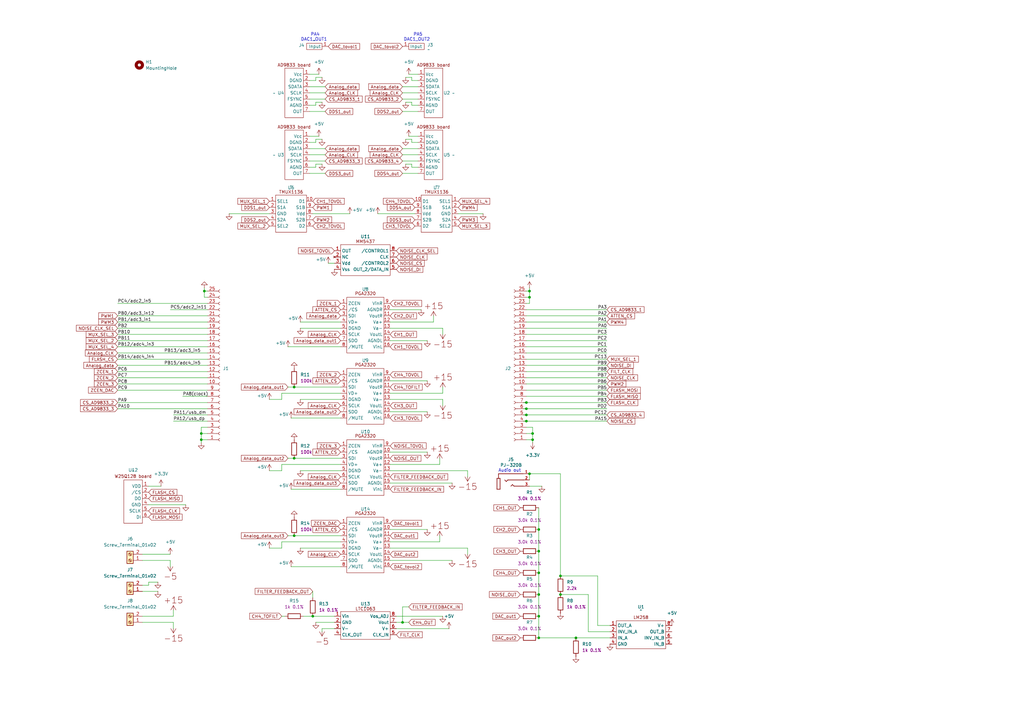
<source format=kicad_sch>
(kicad_sch (version 20231120) (generator "eeschema") (generator_version "8.0")
  (paper "A3")
  (junction (at 220.98 217.17))
  (junction (at 215.9 172.72))
  (junction (at 220.98 243.84))
  (junction (at 215.9 167.64))
  (junction (at 220.98 226.06))
  (junction (at 215.9 165.1))
  (junction (at 217.17 121.92))
  (junction (at 165.1 255.27))
  (junction (at 215.9 170.18))
  (junction (at 82.55 177.8))
  (junction (at 220.98 252.73))
  (junction (at 82.55 180.34))
  (junction (at 83.82 119.38))
  (junction (at 220.98 234.95))
  (junction (at 217.17 119.38))
  (junction (at 217.17 194.31))
  (junction (at 120.65 187.96))
  (junction (at 229.87 243.84))
  (junction (at 128.27 252.73))
  (junction (at 220.98 261.62))
  (junction (at 218.44 180.34))
  (junction (at 120.65 219.71))
  (junction (at 229.87 236.22))
  (junction (at 218.44 177.8))
  (junction (at 236.22 261.62))
  (junction (at 120.65 158.75))
  (wire (pts (xy 48.26 132.08) (xy 85.09 132.08)))
  (wire (pts (xy 130.81 55.88) (xy 127 55.88)))
  (wire (pts (xy 82.55 177.8) (xy 85.09 177.8)))
  (wire (pts (xy 119.38 232.41) (xy 139.7 232.41)))
  (wire (pts (xy 181.61 134.62) (xy 160.02 134.62)))
  (wire (pts (xy 171.45 66.04) (xy 165.1 66.04)))
  (wire (pts (xy 85.09 175.26) (xy 82.55 175.26)))
  (wire (pts (xy 118.11 158.75) (xy 120.65 158.75)))
  (wire (pts (xy 129.54 58.42) (xy 127 58.42)))
  (wire (pts (xy 177.8 132.08) (xy 160.02 132.08)))
  (wire (pts (xy 110.49 224.79) (xy 115.57 224.79)))
  (wire (pts (xy 168.91 68.58) (xy 171.45 68.58)))
  (wire (pts (xy 129.54 67.31) (xy 132.08 67.31)))
  (wire (pts (xy 191.77 193.04) (xy 160.02 193.04)))
  (wire (pts (xy 115.57 163.83) (xy 115.57 161.29)))
  (wire (pts (xy 181.61 163.83) (xy 160.02 163.83)))
  (wire (pts (xy 160.02 229.87) (xy 185.42 229.87)))
  (wire (pts (xy 119.38 171.45) (xy 139.7 171.45)))
  (wire (pts (xy 168.91 57.15) (xy 168.91 58.42)))
  (wire (pts (xy 168.91 33.02) (xy 171.45 33.02)))
  (wire (pts (xy 168.91 31.75) (xy 166.37 31.75)))
  (wire (pts (xy 115.57 161.29) (xy 139.7 161.29)))
  (wire (pts (xy 127 45.72) (xy 133.35 45.72)))
  (wire (pts (xy 123.19 163.83) (xy 139.7 163.83)))
  (wire (pts (xy 171.45 71.12) (xy 165.1 71.12)))
  (wire (pts (xy 177.8 129.54) (xy 177.8 132.08)))
  (wire (pts (xy 71.12 250.19) (xy 71.12 252.73)))
  (wire (pts (xy 168.91 58.42) (xy 171.45 58.42)))
  (wire (pts (xy 124.46 252.73) (xy 128.27 252.73)))
  (wire (pts (xy 129.54 57.15) (xy 132.08 57.15)))
  (wire (pts (xy 214.63 167.64) (xy 215.9 167.64)))
  (wire (pts (xy 248.92 127) (xy 215.9 127)))
  (wire (pts (xy 129.54 33.02) (xy 127 33.02)))
  (wire (pts (xy 71.12 255.27) (xy 58.42 255.27)))
  (wire (pts (xy 214.63 172.72) (xy 215.9 172.72)))
  (wire (pts (xy 191.77 227.33) (xy 191.77 224.79)))
  (wire (pts (xy 248.92 129.54) (xy 215.9 129.54)))
  (wire (pts (xy 215.9 175.26) (xy 218.44 175.26)))
  (wire (pts (xy 220.98 261.62) (xy 236.22 261.62)))
  (wire (pts (xy 115.57 222.25) (xy 139.7 222.25)))
  (wire (pts (xy 245.11 256.54) (xy 250.19 256.54)))
  (wire (pts (xy 115.57 224.79) (xy 115.57 222.25)))
  (wire (pts (xy 167.64 30.48) (xy 171.45 30.48)))
  (wire (pts (xy 215.9 180.34) (xy 218.44 180.34)))
  (wire (pts (xy 175.26 156.21) (xy 160.02 156.21)))
  (wire (pts (xy 71.12 252.73) (xy 58.42 252.73)))
  (wire (pts (xy 217.17 118.11) (xy 217.17 119.38)))
  (wire (pts (xy 120.65 219.71) (xy 139.7 219.71)))
  (wire (pts (xy 217.17 124.46) (xy 217.17 121.92)))
  (wire (pts (xy 167.64 255.27) (xy 165.1 255.27)))
  (wire (pts (xy 215.9 124.46) (xy 217.17 124.46)))
  (wire (pts (xy 248.92 165.1) (xy 215.9 165.1)))
  (wire (pts (xy 171.45 63.5) (xy 165.1 63.5)))
  (wire (pts (xy 118.11 219.71) (xy 120.65 219.71)))
  (wire (pts (xy 220.98 243.84) (xy 220.98 234.95)))
  (wire (pts (xy 220.98 243.84) (xy 220.98 252.73)))
  (wire (pts (xy 85.09 127) (xy 69.85 127)))
  (wire (pts (xy 171.45 45.72) (xy 165.1 45.72)))
  (wire (pts (xy 165.1 255.27) (xy 162.56 255.27)))
  (wire (pts (xy 180.34 187.96) (xy 180.34 190.5)))
  (wire (pts (xy 229.87 194.31) (xy 217.17 194.31)))
  (wire (pts (xy 236.22 261.62) (xy 250.19 261.62)))
  (wire (pts (xy 93.98 87.63) (xy 110.49 87.63)))
  (wire (pts (xy 85.09 172.72) (xy 71.12 172.72)))
  (wire (pts (xy 60.96 238.76) (xy 60.96 240.03)))
  (wire (pts (xy 180.34 190.5) (xy 160.02 190.5)))
  (wire (pts (xy 69.85 232.41) (xy 69.85 229.87)))
  (wire (pts (xy 85.09 157.48) (xy 48.26 157.48)))
  (wire (pts (xy 217.17 121.92) (xy 217.17 119.38)))
  (wire (pts (xy 82.55 177.8) (xy 82.55 180.34)))
  (wire (pts (xy 165.1 248.92) (xy 165.1 255.27)))
  (wire (pts (xy 248.92 172.72) (xy 215.9 172.72)))
  (wire (pts (xy 127 38.1) (xy 133.35 38.1)))
  (wire (pts (xy 191.77 195.58) (xy 191.77 193.04)))
  (wire (pts (xy 168.91 41.91) (xy 168.91 43.18)))
  (wire (pts (xy 115.57 190.5) (xy 139.7 190.5)))
  (wire (pts (xy 60.96 199.39) (xy 66.04 199.39)))
  (wire (pts (xy 229.87 236.22) (xy 229.87 194.31)))
  (wire (pts (xy 137.16 257.81) (xy 132.08 257.81)))
  (wire (pts (xy 48.26 137.16) (xy 85.09 137.16)))
  (wire (pts (xy 171.45 38.1) (xy 165.1 38.1)))
  (wire (pts (xy 118.11 142.24) (xy 139.7 142.24)))
  (wire (pts (xy 85.09 154.94) (xy 48.26 154.94)))
  (wire (pts (xy 168.91 67.31) (xy 166.37 67.31)))
  (wire (pts (xy 130.81 30.48) (xy 127 30.48)))
  (wire (pts (xy 129.54 57.15) (xy 129.54 58.42)))
  (wire (pts (xy 83.82 121.92) (xy 85.09 121.92)))
  (wire (pts (xy 215.9 149.86) (xy 248.92 149.86)))
  (wire (pts (xy 128.27 242.57) (xy 128.27 245.11)))
  (wire (pts (xy 123.19 134.62) (xy 139.7 134.62)))
  (wire (pts (xy 110.49 193.04) (xy 115.57 193.04)))
  (wire (pts (xy 129.54 31.75) (xy 132.08 31.75)))
  (wire (pts (xy 248.92 144.78) (xy 215.9 144.78)))
  (wire (pts (xy 168.91 43.18) (xy 171.45 43.18)))
  (wire (pts (xy 82.55 180.34) (xy 85.09 180.34)))
  (wire (pts (xy 248.92 139.7) (xy 215.9 139.7)))
  (wire (pts (xy 180.34 222.25) (xy 160.02 222.25)))
  (wire (pts (xy 48.26 144.78) (xy 85.09 144.78)))
  (wire (pts (xy 241.3 259.08) (xy 241.3 243.84)))
  (wire (pts (xy 85.09 129.54) (xy 48.26 129.54)))
  (wire (pts (xy 215.9 154.94) (xy 248.92 154.94)))
  (wire (pts (xy 215.9 162.56) (xy 248.92 162.56)))
  (wire (pts (xy 218.44 180.34) (xy 218.44 181.61)))
  (wire (pts (xy 214.63 170.18) (xy 215.9 170.18)))
  (wire (pts (xy 181.61 166.37) (xy 181.61 163.83)))
  (wire (pts (xy 123.19 193.04) (xy 139.7 193.04)))
  (wire (pts (xy 48.26 124.46) (xy 85.09 124.46)))
  (wire (pts (xy 110.49 163.83) (xy 115.57 163.83)))
  (wire (pts (xy 85.09 142.24) (xy 48.26 142.24)))
  (wire (pts (xy 58.42 242.57) (xy 64.77 242.57)))
  (wire (pts (xy 171.45 40.64) (xy 165.1 40.64)))
  (wire (pts (xy 218.44 175.26) (xy 218.44 177.8)))
  (wire (pts (xy 115.57 193.04) (xy 115.57 190.5)))
  (wire (pts (xy 129.54 68.58) (xy 127 68.58)))
  (wire (pts (xy 181.61 161.29) (xy 160.02 161.29)))
  (wire (pts (xy 218.44 177.8) (xy 218.44 180.34)))
  (wire (pts (xy 128.27 252.73) (xy 137.16 252.73)))
  (wire (pts (xy 129.54 41.91) (xy 129.54 43.18)))
  (wire (pts (xy 215.9 152.4) (xy 248.92 152.4)))
  (wire (pts (xy 129.54 41.91) (xy 132.08 41.91)))
  (wire (pts (xy 60.96 240.03) (xy 58.42 240.03)))
  (wire (pts (xy 171.45 35.56) (xy 165.1 35.56)))
  (wire (pts (xy 129.54 43.18) (xy 127 43.18)))
  (wire (pts (xy 250.19 259.08) (xy 241.3 259.08)))
  (wire (pts (xy 215.9 160.02) (xy 248.92 160.02)))
  (wire (pts (xy 85.09 167.64) (xy 48.26 167.64)))
  (wire (pts (xy 127 35.56) (xy 133.35 35.56)))
  (wire (pts (xy 220.98 261.62) (xy 220.98 252.73)))
  (wire (pts (xy 172.72 127) (xy 160.02 127)))
  (wire (pts (xy 215.9 121.92) (xy 217.17 121.92)))
  (wire (pts (xy 71.12 257.81) (xy 71.12 255.27)))
  (wire (pts (xy 85.09 162.56) (xy 74.93 162.56)))
  (wire (pts (xy 85.09 119.38) (xy 83.82 119.38)))
  (wire (pts (xy 48.26 147.32) (xy 85.09 147.32)))
  (wire (pts (xy 248.92 137.16) (xy 215.9 137.16)))
  (wire (pts (xy 248.92 147.32) (xy 215.9 147.32)))
  (wire (pts (xy 48.26 149.86) (xy 85.09 149.86)))
  (wire (pts (xy 248.92 134.62) (xy 215.9 134.62)))
  (wire (pts (xy 168.91 67.31) (xy 168.91 68.58)))
  (wire (pts (xy 171.45 60.96) (xy 165.1 60.96)))
  (wire (pts (xy 127 60.96) (xy 133.35 60.96)))
  (wire (pts (xy 82.55 175.26) (xy 82.55 177.8)))
  (wire (pts (xy 132.08 257.81) (xy 132.08 259.08)))
  (wire (pts (xy 214.63 165.1) (xy 215.9 165.1)))
  (wire (pts (xy 85.09 134.62) (xy 48.26 134.62)))
  (wire (pts (xy 181.61 158.75) (xy 181.61 161.29)))
  (wire (pts (xy 83.82 118.11) (xy 83.82 119.38)))
  (wire (pts (xy 168.91 41.91) (xy 166.37 41.91)))
  (wire (pts (xy 180.34 219.71) (xy 180.34 222.25)))
  (wire (pts (xy 48.26 139.7) (xy 85.09 139.7)))
  (wire (pts (xy 85.09 152.4) (xy 48.26 152.4)))
  (wire (pts (xy 60.96 207.01) (xy 76.2 207.01)))
  (wire (pts (xy 167.64 248.92) (xy 165.1 248.92)))
  (wire (pts (xy 245.11 256.54) (xy 245.11 236.22)))
  (wire (pts (xy 162.56 252.73) (xy 181.61 252.73)))
  (wire (pts (xy 129.54 67.31) (xy 129.54 68.58)))
  (wire (pts (xy 69.85 229.87) (xy 58.42 229.87)))
  (wire (pts (xy 64.77 238.76) (xy 60.96 238.76)))
  (wire (pts (xy 119.38 200.66) (xy 139.7 200.66)))
  (wire (pts (xy 220.98 226.06) (xy 220.98 217.17)))
  (wire (pts (xy 134.62 107.95) (xy 137.16 107.95)))
  (wire (pts (xy 127 71.12) (xy 133.35 71.12)))
  (wire (pts (xy 175.26 168.91) (xy 160.02 168.91)))
  (wire (pts (xy 123.19 224.79) (xy 139.7 224.79)))
  (wire (pts (xy 58.42 227.33) (xy 69.85 227.33)))
  (wire (pts (xy 129.54 255.27) (xy 137.16 255.27)))
  (wire (pts (xy 120.65 187.96) (xy 139.7 187.96)))
  (wire (pts (xy 160.02 198.12) (xy 185.42 198.12)))
  (wire (pts (xy 220.98 234.95) (xy 220.98 226.06)))
  (wire (pts (xy 85.09 170.18) (xy 71.12 170.18)))
  (wire (pts (xy 127 40.64) (xy 133.35 40.64)))
  (wire (pts (xy 128.27 87.63) (xy 143.51 87.63)))
  (wire (pts (xy 162.56 257.81) (xy 184.15 257.81)))
  (wire (pts (xy 248.92 142.24) (xy 215.9 142.24)))
  (wire (pts (xy 167.64 55.88) (xy 171.45 55.88)))
  (wire (pts (xy 127 63.5) (xy 133.35 63.5)))
  (wire (pts (xy 245.11 236.22) (xy 229.87 236.22)))
  (wire (pts (xy 217.17 119.38) (xy 215.9 119.38)))
  (wire (pts (xy 129.54 31.75) (xy 129.54 33.02)))
  (wire (pts (xy 83.82 119.38) (xy 83.82 121.92)))
  (wire (pts (xy 85.09 165.1) (xy 48.26 165.1)))
  (wire (pts (xy 217.17 194.31) (xy 217.17 196.85)))
  (wire (pts (xy 248.92 170.18) (xy 215.9 170.18)))
  (wire (pts (xy 198.12 87.63) (xy 187.96 87.63)))
  (wire (pts (xy 191.77 224.79) (xy 160.02 224.79)))
  (wire (pts (xy 168.91 57.15) (xy 166.37 57.15)))
  (wire (pts (xy 123.19 132.08) (xy 139.7 132.08)))
  (wire (pts (xy 115.57 252.73) (xy 116.84 252.73)))
  (wire (pts (xy 118.11 187.96) (xy 120.65 187.96)))
  (wire (pts (xy 175.26 217.17) (xy 160.02 217.17)))
  (wire (pts (xy 217.17 199.39) (xy 222.25 199.39)))
  (wire (pts (xy 120.65 158.75) (xy 139.7 158.75)))
  (wire (pts (xy 181.61 137.16) (xy 181.61 134.62)))
  (wire (pts (xy 170.18 87.63) (xy 154.94 87.63)))
  (wire (pts (xy 215.9 157.48) (xy 248.92 157.48)))
  (wire (pts (xy 220.98 208.28) (xy 220.98 217.17)))
  (wire (pts (xy 215.9 177.8) (xy 218.44 177.8)))
  (wire (pts (xy 82.55 180.34) (xy 82.55 181.61)))
  (wire (pts (xy 215.9 167.64) (xy 248.92 167.64)))
  (wire (pts (xy 248.92 132.08) (xy 215.9 132.08)))
  (wire (pts (xy 175.26 185.42) (xy 160.02 185.42)))
  (wire (pts (xy 85.09 160.02) (xy 48.26 160.02)))
  (wire (pts (xy 241.3 243.84) (xy 229.87 243.84)))
  (wire (pts (xy 127 66.04) (xy 133.35 66.04)))
  (wire (pts (xy 168.91 31.75) (xy 168.91 33.02)))
  (wire (pts (xy 175.26 139.7) (xy 160.02 139.7)))
  (text "Audio out" (at 209.042 193.04 0) (effects (font (size 1.27 1.27))))
  (text " PA5\nDAC1_OUT2" (at 170.942 15.24 0) (effects (font (size 1.27 1.27))))
  (text " PA4\nDAC1_OUT1" (at 128.778 15.24 0) (effects (font (size 1.27 1.27))))
  (label "PA3" (at 248.92 127 180))
  (label "PA8(clock)" (at 74.93 162.56 0))
  (label "PC12" (at 248.92 170.18 180))
  (label "PB12{slash}adc4_in3" (at 48.26 142.24 0))
  (label "PC6" (at 48.26 152.4 0))
  (label "PA11{slash}usb_dm" (at 71.12 170.18 0))
  (label "PB5" (at 248.92 160.02 180))
  (label "PB15{slash}adc4_in5" (at 67.31 149.86 0))
  (label "PC1" (at 248.92 142.24 180))
  (label "PC8" (at 48.26 157.48 0))
  (label "PB7" (at 248.92 154.94 180))
  (label "PC9" (at 48.26 160.02 0))
  (label "PB9" (at 248.92 149.86 180))
  (label "PD2" (at 248.92 167.64 180))
  (label "PB13{slash}adc3_in5" (at 67.31 144.78 0))
  (label "PB6" (at 248.92 157.48 180))
  (label "PB0{slash}adc3_in12" (at 48.26 129.54 0))
  (label "PC4{slash}adc2_in5" (at 48.26 124.46 0))
  (label "PB1{slash}adc3_in1" (at 48.26 132.08 0))
  (label "PB2" (at 48.26 134.62 0))
  (label "PC3" (at 248.92 137.16 180))
  (label "PA9" (at 48.26 165.1 0))
  (label "PB14{slash}adc4_in4" (at 48.26 147.32 0))
  (label "PC2" (at 248.92 139.7 180))
  (label "PB4" (at 248.92 162.56 180))
  (label "PA12{slash}usb_dp" (at 71.12 172.72 0))
  (label "PB10" (at 48.26 137.16 0))
  (label "PB8" (at 248.92 152.4 180))
  (label "PA15" (at 248.92 172.72 180))
  (label "PC0" (at 248.92 144.78 180))
  (label "PA2" (at 248.92 129.54 180))
  (label "PC5{slash}adc2_in11" (at 69.85 127 0))
  (label "PC7" (at 48.26 154.94 0))
  (label "PA1" (at 248.92 132.08 180))
  (label "PA0" (at 248.92 134.62 180))
  (label "PC13" (at 248.92 147.32 180))
  (label "PB3" (at 248.92 165.1 180))
  (label "PA10" (at 48.26 167.64 0))
  (label "PB11" (at 48.26 139.7 0))
  (global_label "NOISE_OUT" (shape input) (at 160.02 187.96 0) (property "Intersheetrefs" "${INTERSHEET_REFS}" (effects (hide yes))))
  (global_label "DDS4_out" (shape input) (at 165.1 71.12 180) (property "Intersheetrefs" "${INTERSHEET_REFS}" (effects (hide yes))))
  (global_label "CS_AD9833_2" (shape input) (at 48.26 165.1 180) (property "Intersheetrefs" "${INTERSHEET_REFS}" (effects (hide yes))))
  (global_label "CS_AD9833_3" (shape input) (at 48.26 167.64 180) (property "Intersheetrefs" "${INTERSHEET_REFS}" (effects (hide yes))))
  (global_label "PWM2" (shape input) (at 248.92 157.48 0) (property "Intersheetrefs" "${INTERSHEET_REFS}" (effects (hide yes))))
  (global_label "CS_AD9833_4" (shape input) (at 165.1 66.04 180) (property "Intersheetrefs" "${INTERSHEET_REFS}" (effects (hide yes))))
  (global_label "PWM3" (shape input) (at 48.26 132.08 180) (property "Intersheetrefs" "${INTERSHEET_REFS}" (effects (hide yes))))
  (global_label "Analog_data_out1" (shape input) (at 139.7 139.7 180) (property "Intersheetrefs" "${INTERSHEET_REFS}" (effects (hide yes))))
  (global_label "MUX_SEL_2" (shape input) (at 48.26 139.7 180) (property "Intersheetrefs" "${INTERSHEET_REFS}" (effects (hide yes))))
  (global_label "ZCEN_1" (shape input) (at 48.26 152.4 180) (property "Intersheetrefs" "${INTERSHEET_REFS}" (effects (hide yes))))
  (global_label "CH3_TOVOL" (shape input) (at 160.02 171.45 0) (property "Intersheetrefs" "${INTERSHEET_REFS}" (effects (hide yes))))
  (global_label "ATTEN_CS" (shape input) (at 139.7 217.17 180) (property "Intersheetrefs" "${INTERSHEET_REFS}" (effects (hide yes))))
  (global_label "DDS3_out" (shape input) (at 133.35 71.12 0) (property "Intersheetrefs" "${INTERSHEET_REFS}" (effects (hide yes))))
  (global_label "NOISE_OUT" (shape input) (at 213.36 243.84 180) (property "Intersheetrefs" "${INTERSHEET_REFS}" (effects (hide yes))))
  (global_label "DDS2_out" (shape input) (at 165.1 45.72 180) (property "Intersheetrefs" "${INTERSHEET_REFS}" (effects (hide yes))))
  (global_label "ATTEN_CS" (shape input) (at 139.7 127 180) (property "Intersheetrefs" "${INTERSHEET_REFS}" (effects (hide yes))))
  (global_label "NOISE_CLK" (shape input) (at 162.56 105.41 0) (property "Intersheetrefs" "${INTERSHEET_REFS}" (effects (hide yes))))
  (global_label "ATTEN_CS" (shape input) (at 139.7 185.42 180) (property "Intersheetrefs" "${INTERSHEET_REFS}" (effects (hide yes))))
  (global_label "CH4_TOFILT" (shape input) (at 115.57 252.73 180) (property "Intersheetrefs" "${INTERSHEET_REFS}" (effects (hide yes))))
  (global_label "PWM4" (shape input) (at 187.96 85.09 0) (property "Intersheetrefs" "${INTERSHEET_REFS}" (effects (hide yes))))
  (global_label "ZCEN_DAC" (shape input) (at 48.26 160.02 180) (property "Intersheetrefs" "${INTERSHEET_REFS}" (effects (hide yes))))
  (global_label "Analog_data" (shape input) (at 133.35 60.96 0) (property "Intersheetrefs" "${INTERSHEET_REFS}" (effects (hide yes))))
  (global_label "FILT_CLK" (shape input) (at 162.56 260.35 0) (property "Intersheetrefs" "${INTERSHEET_REFS}" (effects (hide yes))))
  (global_label "DDS3_out" (shape input) (at 170.18 90.17 180) (property "Intersheetrefs" "${INTERSHEET_REFS}" (effects (hide yes))))
  (global_label "CS_AD9833_1" (shape input) (at 248.92 127 0) (property "Intersheetrefs" "${INTERSHEET_REFS}" (effects (hide yes))))
  (global_label "Analog_data_out3" (shape input) (at 139.7 198.12 180) (property "Intersheetrefs" "${INTERSHEET_REFS}" (effects (hide yes))))
  (global_label "FILTER_FEEDBACK_OUT" (shape input) (at 128.27 242.57 180) (property "Intersheetrefs" "${INTERSHEET_REFS}" (effects (hide yes))))
  (global_label "CH1_OUT" (shape input) (at 213.36 208.28 180) (property "Intersheetrefs" "${INTERSHEET_REFS}" (effects (hide yes))))
  (global_label "CH3_OUT" (shape input) (at 213.36 226.06 180) (property "Intersheetrefs" "${INTERSHEET_REFS}" (effects (hide yes))))
  (global_label "Analog_CLK" (shape input) (at 165.1 63.5 180) (property "Intersheetrefs" "${INTERSHEET_REFS}" (effects (hide yes))))
  (global_label "FLASH_MOSI" (shape input) (at 60.96 212.09 0) (property "Intersheetrefs" "${INTERSHEET_REFS}" (effects (hide yes))))
  (global_label "CS_AD9833_2" (shape input) (at 165.1 40.64 180) (property "Intersheetrefs" "${INTERSHEET_REFS}" (effects (hide yes))))
  (global_label "CH3_OUT" (shape input) (at 160.02 166.37 0) (property "Intersheetrefs" "${INTERSHEET_REFS}" (effects (hide yes))))
  (global_label "DDS2_out" (shape input) (at 110.49 90.17 180) (property "Intersheetrefs" "${INTERSHEET_REFS}" (effects (hide yes))))
  (global_label "MUX_SEL_1" (shape input) (at 248.92 147.32 0) (property "Intersheetrefs" "${INTERSHEET_REFS}" (effects (hide yes))))
  (global_label "FLASH_CS" (shape input) (at 48.26 147.32 180) (property "Intersheetrefs" "${INTERSHEET_REFS}" (effects (hide yes))))
  (global_label "CH2_OUT" (shape input) (at 213.36 217.17 180) (property "Intersheetrefs" "${INTERSHEET_REFS}" (effects (hide yes))))
  (global_label "Analog_data_out2" (shape input) (at 118.11 187.96 180) (property "Intersheetrefs" "${INTERSHEET_REFS}" (effects (hide yes))))
  (global_label "PWM2" (shape input) (at 128.27 90.17 0) (property "Intersheetrefs" "${INTERSHEET_REFS}" (effects (hide yes))))
  (global_label "CH4_OUT" (shape input) (at 167.64 255.27 0) (property "Intersheetrefs" "${INTERSHEET_REFS}" (effects (hide yes))))
  (global_label "DAC_out1" (shape input) (at 160.02 219.71 0) (property "Intersheetrefs" "${INTERSHEET_REFS}" (effects (hide yes))))
  (global_label "DAC_out1" (shape input) (at 213.36 252.73 180) (property "Intersheetrefs" "${INTERSHEET_REFS}" (effects (hide yes))))
  (global_label "FLASH_CLK" (shape input) (at 248.92 165.1 0) (property "Intersheetrefs" "${INTERSHEET_REFS}" (effects (hide yes))))
  (global_label "CH3_TOVOL" (shape input) (at 170.18 92.71 180) (property "Intersheetrefs" "${INTERSHEET_REFS}" (effects (hide yes))))
  (global_label "FILTER_FEEDBACK_OUT" (shape input) (at 160.02 195.58 0) (property "Intersheetrefs" "${INTERSHEET_REFS}" (effects (hide yes))))
  (global_label "FLASH_CS" (shape input) (at 60.96 201.93 0) (property "Intersheetrefs" "${INTERSHEET_REFS}" (effects (hide yes))))
  (global_label "MUX_SEL_2" (shape input) (at 110.49 92.71 180) (property "Intersheetrefs" "${INTERSHEET_REFS}" (effects (hide yes))))
  (global_label "PWM3" (shape input) (at 187.96 90.17 0) (property "Intersheetrefs" "${INTERSHEET_REFS}" (effects (hide yes))))
  (global_label "MUX_SEL_4" (shape input) (at 48.26 142.24 180) (property "Intersheetrefs" "${INTERSHEET_REFS}" (effects (hide yes))))
  (global_label "ZCEN_1" (shape input) (at 139.7 124.46 180) (property "Intersheetrefs" "${INTERSHEET_REFS}" (effects (hide yes))))
  (global_label "Analog_data" (shape input) (at 48.26 149.86 180) (property "Intersheetrefs" "${INTERSHEET_REFS}" (effects (hide yes))))
  (global_label "DAC_out2" (shape input) (at 213.36 261.62 180) (property "Intersheetrefs" "${INTERSHEET_REFS}" (effects (hide yes))))
  (global_label "DAC_tovol2" (shape input) (at 160.02 232.41 0) (property "Intersheetrefs" "${INTERSHEET_REFS}" (effects (hide yes))))
  (global_label "NOISE_CLK" (shape input) (at 248.92 154.94 0) (property "Intersheetrefs" "${INTERSHEET_REFS}" (effects (hide yes))))
  (global_label "ZCEN_2" (shape input) (at 139.7 153.67 180) (property "Intersheetrefs" "${INTERSHEET_REFS}" (effects (hide yes))))
  (global_label "DAC_tovol1" (shape input) (at 160.02 214.63 0) (property "Intersheetrefs" "${INTERSHEET_REFS}" (effects (hide yes))))
  (global_label "NOISE_CS" (shape input) (at 248.92 172.72 0) (property "Intersheetrefs" "${INTERSHEET_REFS}" (effects (hide yes))))
  (global_label "FILTER_FEEDBACK_IN" (shape input) (at 167.64 248.92 0) (property "Intersheetrefs" "${INTERSHEET_REFS}" (effects (hide yes))))
  (global_label "CS_AD9833_1" (shape input) (at 133.35 40.64 0) (property "Intersheetrefs" "${INTERSHEET_REFS}" (effects (hide yes))))
  (global_label "FLASH_MOSI" (shape input) (at 248.92 160.02 0) (property "Intersheetrefs" "${INTERSHEET_REFS}" (effects (hide yes))))
  (global_label "FLASH_CLK" (shape input) (at 60.96 209.55 0) (property "Intersheetrefs" "${INTERSHEET_REFS}" (effects (hide yes))))
  (global_label "FLASH_MISO" (shape input) (at 248.92 162.56 0) (property "Intersheetrefs" "${INTERSHEET_REFS}" (effects (hide yes))))
  (global_label "NOISE_CLK_SEL" (shape input) (at 162.56 102.87 0) (property "Intersheetrefs" "${INTERSHEET_REFS}" (effects (hide yes))))
  (global_label "CH4_TOVOL" (shape input) (at 160.02 153.67 0) (property "Intersheetrefs" "${INTERSHEET_REFS}" (effects (hide yes))))
  (global_label "NOISE_DI" (shape input) (at 248.92 149.86 0) (property "Intersheetrefs" "${INTERSHEET_REFS}" (effects (hide yes))))
  (global_label "Analog_data" (shape input) (at 165.1 60.96 180) (property "Intersheetrefs" "${INTERSHEET_REFS}" (effects (hide yes))))
  (global_label "MUX_SEL_3" (shape input) (at 48.26 137.16 180) (property "Intersheetrefs" "${INTERSHEET_REFS}" (effects (hide yes))))
  (global_label "CH4_TOVOL" (shape input) (at 170.18 82.55 180) (property "Intersheetrefs" "${INTERSHEET_REFS}" (effects (hide yes))))
  (global_label "PWM4" (shape input) (at 248.92 132.08 0) (property "Intersheetrefs" "${INTERSHEET_REFS}" (effects (hide yes))))
  (global_label "ZCEN_DAC" (shape input) (at 139.7 214.63 180) (property "Intersheetrefs" "${INTERSHEET_REFS}" (effects (hide yes))))
  (global_label "Analog_data_out3" (shape input) (at 118.11 219.71 180) (property "Intersheetrefs" "${INTERSHEET_REFS}" (effects (hide yes))))
  (global_label "ZCEN_3" (shape input) (at 48.26 157.48 180) (property "Intersheetrefs" "${INTERSHEET_REFS}" (effects (hide yes))))
  (global_label "Analog_CLK" (shape input) (at 165.1 38.1 180) (property "Intersheetrefs" "${INTERSHEET_REFS}" (effects (hide yes))))
  (global_label "PWM1" (shape input) (at 48.26 129.54 180) (property "Intersheetrefs" "${INTERSHEET_REFS}" (effects (hide yes))))
  (global_label "FILTER_FEEDBACK_IN" (shape input) (at 160.02 200.66 0) (property "Intersheetrefs" "${INTERSHEET_REFS}" (effects (hide yes))))
  (global_label "Analog_data" (shape input) (at 165.1 35.56 180) (property "Intersheetrefs" "${INTERSHEET_REFS}" (effects (hide yes))))
  (global_label "FILT_CLK" (shape input) (at 248.92 152.4 0) (property "Intersheetrefs" "${INTERSHEET_REFS}" (effects (hide yes))))
  (global_label "PWM1" (shape input) (at 128.27 85.09 0) (property "Intersheetrefs" "${INTERSHEET_REFS}" (effects (hide yes))))
  (global_label "Analog_CLK" (shape input) (at 133.35 63.5 0) (property "Intersheetrefs" "${INTERSHEET_REFS}" (effects (hide yes))))
  (global_label "CH1_TOVOL" (shape input) (at 128.27 82.55 0) (property "Intersheetrefs" "${INTERSHEET_REFS}" (effects (hide yes))))
  (global_label "Analog_CLK" (shape input) (at 48.26 144.78 180) (property "Intersheetrefs" "${INTERSHEET_REFS}" (effects (hide yes))))
  (global_label "DDS1_out" (shape input) (at 110.49 85.09 180) (property "Intersheetrefs" "${INTERSHEET_REFS}" (effects (hide yes))))
  (global_label "DAC_tovol2" (shape input) (at 165.1 19.05 180) (property "Intersheetrefs" "${INTERSHEET_REFS}" (effects (hide yes))))
  (global_label "CH1_TOVOL" (shape input) (at 160.02 142.24 0) (property "Intersheetrefs" "${INTERSHEET_REFS}" (effects (hide yes))))
  (global_label "CH2_OUT" (shape input) (at 160.02 129.54 0) (property "Intersheetrefs" "${INTERSHEET_REFS}" (effects (hide yes))))
  (global_label "Analog_data" (shape input) (at 139.7 129.54 180) (property "Intersheetrefs" "${INTERSHEET_REFS}" (effects (hide yes))))
  (global_label "CH2_TOVOL" (shape input) (at 128.27 92.71 0) (property "Intersheetrefs" "${INTERSHEET_REFS}" (effects (hide yes))))
  (global_label "ZCEN_2" (shape input) (at 48.26 154.94 180) (property "Intersheetrefs" "${INTERSHEET_REFS}" (effects (hide yes))))
  (global_label "Analog_CLK" (shape input) (at 139.7 166.37 180) (property "Intersheetrefs" "${INTERSHEET_REFS}" (effects (hide yes))))
  (global_label "DDS1_out" (shape input) (at 133.35 45.72 0) (property "Intersheetrefs" "${INTERSHEET_REFS}" (effects (hide yes))))
  (global_label "CH1_OUT" (shape input) (at 160.02 137.16 0) (property "Intersheetrefs" "${INTERSHEET_REFS}" (effects (hide yes))))
  (global_label "MUX_SEL_4" (shape input) (at 187.96 82.55 0) (property "Intersheetrefs" "${INTERSHEET_REFS}" (effects (hide yes))))
  (global_label "MUX_SEL_3" (shape input) (at 187.96 92.71 0) (property "Intersheetrefs" "${INTERSHEET_REFS}" (effects (hide yes))))
  (global_label "DAC_tovol1" (shape input) (at 134.62 19.05 0) (property "Intersheetrefs" "${INTERSHEET_REFS}" (effects (hide yes))))
  (global_label "DDS4_out" (shape input) (at 170.18 85.09 180) (property "Intersheetrefs" "${INTERSHEET_REFS}" (effects (hide yes))))
  (global_label "NOISE_CS" (shape input) (at 162.56 107.95 0) (property "Intersheetrefs" "${INTERSHEET_REFS}" (effects (hide yes))))
  (global_label "NOISE_TOVOL" (shape input) (at 137.16 102.87 180) (property "Intersheetrefs" "${INTERSHEET_REFS}" (effects (hide yes))))
  (global_label "Analog_CLK" (shape input) (at 139.7 227.33 180) (property "Intersheetrefs" "${INTERSHEET_REFS}" (effects (hide yes))))
  (global_label "CH4_OUT" (shape input) (at 213.36 234.95 180) (property "Intersheetrefs" "${INTERSHEET_REFS}" (effects (hide yes))))
  (global_label "NOISE_CLK_SEL" (shape input) (at 48.26 134.62 180) (property "Intersheetrefs" "${INTERSHEET_REFS}" (effects (hide yes))))
  (global_label "FLASH_MISO" (shape input) (at 60.96 204.47 0) (property "Intersheetrefs" "${INTERSHEET_REFS}" (effects (hide yes))))
  (global_label "Analog_data" (shape input) (at 133.35 35.56 0) (property "Intersheetrefs" "${INTERSHEET_REFS}" (effects (hide yes))))
  (global_label "MUX_SEL_1" (shape input) (at 110.49 82.55 180) (property "Intersheetrefs" "${INTERSHEET_REFS}" (effects (hide yes))))
  (global_label "Analog_CLK" (shape input) (at 133.35 38.1 0) (property "Intersheetrefs" "${INTERSHEET_REFS}" (effects (hide yes))))
  (global_label "ZCEN_3" (shape input) (at 139.7 182.88 180) (property "Intersheetrefs" "${INTERSHEET_REFS}" (effects (hide yes))))
  (global_label "ATTEN_CS" (shape input) (at 248.92 129.54 0) (property "Intersheetrefs" "${INTERSHEET_REFS}" (effects (hide yes))))
  (global_label "CH4_TOFILT" (shape input) (at 160.02 158.75 0) (property "Intersheetrefs" "${INTERSHEET_REFS}" (effects (hide yes))))
  (global_label "CH2_TOVOL" (shape input) (at 160.02 124.46 0) (property "Intersheetrefs" "${INTERSHEET_REFS}" (effects (hide yes))))
  (global_label "Analog_data_out2" (shape input) (at 139.7 168.91 180) (property "Intersheetrefs" "${INTERSHEET_REFS}" (effects (hide yes))))
  (global_label "Analog_CLK" (shape input) (at 139.7 195.58 180) (property "Intersheetrefs" "${INTERSHEET_REFS}" (effects (hide yes))))
  (global_label "DAC_out2" (shape input) (at 160.02 227.33 0) (property "Intersheetrefs" "${INTERSHEET_REFS}" (effects (hide yes))))
  (global_label "Analog_CLK" (shape input) (at 139.7 137.16 180) (property "Intersheetrefs" "${INTERSHEET_REFS}" (effects (hide yes))))
  (global_label "ATTEN_CS" (shape input) (at 139.7 156.21 180) (property "Intersheetrefs" "${INTERSHEET_REFS}" (effects (hide yes))))
  (global_label "NOISE_TOVOL" (shape input) (at 160.02 182.88 0) (property "Intersheetrefs" "${INTERSHEET_REFS}" (effects (hide yes))))
  (global_label "CS_AD9833_3" (shape input) (at 133.35 66.04 0) (property "Intersheetrefs" "${INTERSHEET_REFS}" (effects (hide yes))))
  (global_label "CS_AD9833_4" (shape input) (at 248.92 170.18 0) (property "Intersheetrefs" "${INTERSHEET_REFS}" (effects (hide yes))))
  (global_label "Analog_data_out1" (shape input) (at 118.11 158.75 180) (property "Intersheetrefs" "${INTERSHEET_REFS}" (effects (hide yes))))
  (global_label "NOISE_DI" (shape input) (at 162.56 110.49 0) (property "Intersheetrefs" "${INTERSHEET_REFS}" (effects (hide yes))))
  (symbol (lib_id "power:GND") (at 83.82 118.11 180) (unit 1)
    (property "Reference" "#PWR037" (effects (hide yes)))
    (property "Value" "GND" (effects (hide yes)))
    (property "Description" "Power symbol creates a global label with name \"GND\" , ground" (effects (hide yes)))
  )
  (symbol (lib_id "Connector:Screw_Terminal_01x02") (at 53.34 229.87 180) (unit 1)
    (property "Reference" "J6" (at 53.34 220.98 0))
    (property "Value" "Screw_Terminal_01x02" (at 53.34 223.52 0))
    (property "Footprint" "4ms_Connector:Socket_1x02_2.54mm_TH" (effects (hide yes)))
    (property "Description" "Generic screw terminal, single row, 01x02, script generated (kicad-library-utils/schlib/autogen/connector/)" (effects (hide yes)))
  )
  (symbol (lib_id "power:GND") (at 175.26 185.42 0) (mirror y) (unit 1)
    (property "Reference" "#PWR047" (effects (hide yes)))
    (property "Value" "GND" (effects (hide yes)))
    (property "Description" "Power symbol creates a global label with name \"GND\" , ground" (effects (hide yes)))
  )
  (symbol (lib_id "4ms_Resistor:3.0k_0603_0.1%") (at 217.17 208.28 90) (unit 1)
    (property "Reference" "R1" (at 217.17 201.93 90))
    (property "Value" "3.0k_0603_0.1%" (effects (hide yes)))
    (property "Footprint" "4ms_Resistor:R_0603" (effects (hide yes)))
    (property "Description" "3.0k, 0.1%, 1/16W, 0603" (effects (hide yes)))
    (property "Specifications" "3.0k, 0.1%, 1/16W, 0603" (effects (hide yes)))
    (property "Manufacturer" "Vishay / Dale" (effects (hide yes)))
    (property "Part Number" "TNPW06033K00BEEA" (effects (hide yes)))
    (property "Display" "3.0k 0.1%" (at 217.17 204.47 90))
    (property "JLCPCB ID" "C126481" (effects (hide yes)))
  )
  (symbol (lib_id "power:+5V") (at 130.81 55.88 0) (unit 1)
    (property "Reference" "#PWR011" (effects (hide yes)))
    (property "Value" "+5V" (at 130.81 50.8 0))
    (property "Description" "Power symbol creates a global label with name \"+5V\"" (effects (hide yes)))
  )
  (symbol (lib_id "Generic:P,-15") (at 191.77 227.33 0) (unit 1)
    (property "Reference" "#PWR068" (effects (hide yes)))
    (property "Value" "P,-15" (effects (hide yes)))
    (property "Description" "-15 negative potential/voltage (global DC power supply node)" (effects (hide yes)))
  )
  (symbol (lib_id "power:GND") (at 172.72 127 0) (mirror y) (unit 1)
    (property "Reference" "#PWR024" (effects (hide yes)))
    (property "Value" "GND" (effects (hide yes)))
    (property "Description" "Power symbol creates a global label with name \"GND\" , ground" (effects (hide yes)))
  )
  (symbol (lib_id "power:GND") (at 132.08 41.91 0) (unit 1)
    (property "Reference" "#PWR06" (effects (hide yes)))
    (property "Value" "GND" (effects (hide yes)))
    (property "Description" "Power symbol creates a global label with name \"GND\" , ground" (effects (hide yes)))
  )
  (symbol (lib_id "Generic:P,-15") (at 181.61 166.37 0) (unit 1)
    (property "Reference" "#PWR036" (effects (hide yes)))
    (property "Value" "P,-15" (effects (hide yes)))
    (property "Description" "-15 negative potential/voltage (global DC power supply node)" (effects (hide yes)))
  )
  (symbol (lib_id "Connector:Screw_Terminal_01x02") (at 53.34 255.27 180) (unit 1)
    (property "Reference" "J8" (at 53.34 246.38 0))
    (property "Value" "Screw_Terminal_01x02" (at 53.34 248.92 0))
    (property "Footprint" "4ms_Connector:Socket_1x02_2.54mm_TH" (effects (hide yes)))
    (property "Description" "Generic screw terminal, single row, 01x02, script generated (kicad-library-utils/schlib/autogen/connector/)" (effects (hide yes)))
  )
  (symbol (lib_id "power:GND") (at 120.65 180.34 0) (mirror x) (unit 1)
    (property "Reference" "#PWR044" (effects (hide yes)))
    (property "Value" "GND" (effects (hide yes)))
    (property "Description" "Power symbol creates a global label with name \"GND\" , ground" (effects (hide yes)))
  )
  (symbol (lib_id "project:PJ-320B") (at 209.55 196.85 0) (unit 1)
    (property "Reference" "J5" (at 209.55 188.468 0))
    (property "Value" "PJ-320B" (at 209.6135 190.754 0))
    (property "Footprint" "BOOMELE_PJ-320B" (effects (hide yes)))
    (property "Description" "Luoyang Dishang electronics" (effects (hide yes)))
    (property "MAXIMUM_PACKAGE_HEIGHT" "5mm" (effects (hide yes)))
    (property "Package" "Package" (effects (hide yes)))
    (property "Price" "None" (effects (hide yes)))
    (property "Check_prices" "https://www.snapeda.com/parts/PJ-320B/Luoyang+Dishang+electronics/view-part/?ref=eda" (effects (hide yes)))
    (property "STANDARD" "Manufacturer Recommendation" (effects (hide yes)))
    (property "SnapEDA_Link" "https://www.snapeda.com/parts/PJ-320B/Luoyang+Dishang+electronics/view-part/?ref=snap" (effects (hide yes)))
    (property "MP" "PJ-320B" (effects (hide yes)))
    (property "Description_1" "\\nHeadphone jack\\n" (effects (hide yes)))
    (property "Availability" "Not in stock" (effects (hide yes)))
    (property "MANUFACTURER" "Luoyang Dishang electronics" (effects (hide yes)))
  )
  (symbol (lib_id "power:+5V") (at 130.81 30.48 0) (unit 1)
    (property "Reference" "#PWR07" (effects (hide yes)))
    (property "Value" "+5V" (at 130.81 25.4 0))
    (property "Description" "Power symbol creates a global label with name \"+5V\"" (effects (hide yes)))
  )
  (symbol (lib_id "power:+5V") (at 110.49 224.79 0) (unit 1)
    (property "Reference" "#PWR028" (effects (hide yes)))
    (property "Value" "+5V" (at 107.442 223.266 0))
    (property "Description" "Power symbol creates a global label with name \"+5V\"" (effects (hide yes)))
  )
  (symbol (lib_id "power:GND") (at 185.42 229.87 0) (mirror y) (unit 1)
    (property "Reference" "#PWR067" (effects (hide yes)))
    (property "Value" "GND" (effects (hide yes)))
    (property "Description" "Power symbol creates a global label with name \"GND\" , ground" (effects (hide yes)))
  )
  (symbol (lib_id "project:DAC_input") (at 129.54 19.05 180) (unit 1)
    (property "Reference" "J4" (at 123.698 18.542 0))
    (property "Value" "~" (at 128.905 16.51 0))
    (property "Footprint" "TestPoint:TestPoint_Keystone_5019_Minature" (effects (hide yes)))
  )
  (symbol (lib_id "4ms_Resistor:100k_0603") (at 120.65 154.94 0) (unit 1)
    (property "Reference" "R11" (at 123.19 153.6699 0) (effects (justify left)))
    (property "Value" "100k_0603" (effects (hide yes)))
    (property "Footprint" "4ms_Resistor:R_0603" (effects (hide yes)))
    (property "Description" "100K, 1%, 1/10W, 0603" (effects (hide yes)))
    (property "Specifications" "100K, 1%, 1/10W, 0603" (effects (hide yes)))
    (property "Manufacturer" "Yageo" (effects (hide yes)))
    (property "Part Number" "RC0603FR-07100KL" (effects (hide yes)))
    (property "Display" "100k" (at 123.19 156.2099 0) (effects (justify left)))
    (property "JLCPCB ID" "C25803" (effects (hide yes)))
  )
  (symbol (lib_id "4ms_Resistor:1k_0603_0.1%") (at 128.27 248.92 0) (unit 1)
    (property "Reference" "R13" (at 130.81 247.6499 0) (effects (justify left)))
    (property "Value" "1k_0603_0.1%" (effects (hide yes)))
    (property "Footprint" "4ms_Resistor:R_0603" (effects (hide yes)))
    (property "Description" "1k, 0.1%, 1/16W, 0603 25ppm" (effects (hide yes)))
    (property "Display" "1k 0.1%" (at 130.81 250.1899 0) (effects (justify left)))
    (property "Specifications" "1k, 0.1%, 1/16W, 0603, 25ppm" (effects (hide yes)))
    (property "Manufacturer" "Panasonic" (effects (hide yes)))
    (property "Part Number" "ERA-3AEB102V" (effects (hide yes)))
    (property "Manufacturer 2" "Yageo" (effects (hide yes)))
    (property "Part Number 2" "RT0603BRD071KL" (effects (hide yes)))
    (property "JLCPCB ID" "C54019" (effects (hide yes)))
  )
  (symbol (lib_id "power:+5V") (at 123.19 132.08 0) (unit 1)
    (property "Reference" "#PWR021" (effects (hide yes)))
    (property "Value" "+5V" (at 120.142 130.556 0))
    (property "Description" "Power symbol creates a global label with name \"+5V\"" (effects (hide yes)))
  )
  (symbol (lib_id "power:+5V") (at 110.49 193.04 0) (unit 1)
    (property "Reference" "#PWR042" (effects (hide yes)))
    (property "Value" "+5V" (at 107.442 191.516 0))
    (property "Description" "Power symbol creates a global label with name \"+5V\"" (effects (hide yes)))
  )
  (symbol (lib_id "power:GND") (at 123.19 163.83 0) (unit 1)
    (property "Reference" "#PWR031" (effects (hide yes)))
    (property "Value" "GND" (effects (hide yes)))
    (property "Description" "Power symbol creates a global label with name \"GND\" , ground" (effects (hide yes)))
  )
  (symbol (lib_id "4ms_Resistor:3.0k_0603_0.1%") (at 217.17 252.73 90) (unit 1)
    (property "Reference" "R6" (at 217.17 246.38 90))
    (property "Value" "3.0k_0603_0.1%" (effects (hide yes)))
    (property "Footprint" "4ms_Resistor:R_0603" (effects (hide yes)))
    (property "Description" "3.0k, 0.1%, 1/16W, 0603" (effects (hide yes)))
    (property "Specifications" "3.0k, 0.1%, 1/16W, 0603" (effects (hide yes)))
    (property "Manufacturer" "Vishay / Dale" (effects (hide yes)))
    (property "Part Number" "TNPW06033K00BEEA" (effects (hide yes)))
    (property "Display" "3.0k 0.1%" (at 217.17 248.92 90))
    (property "JLCPCB ID" "C126481" (effects (hide yes)))
  )
  (symbol (lib_id "4ms_Resistor:3.0k_0603_0.1%") (at 217.17 217.17 90) (unit 1)
    (property "Reference" "R2" (at 217.17 210.82 90))
    (property "Value" "3.0k_0603_0.1%" (effects (hide yes)))
    (property "Footprint" "4ms_Resistor:R_0603" (effects (hide yes)))
    (property "Description" "3.0k, 0.1%, 1/16W, 0603" (effects (hide yes)))
    (property "Specifications" "3.0k, 0.1%, 1/16W, 0603" (effects (hide yes)))
    (property "Manufacturer" "Vishay / Dale" (effects (hide yes)))
    (property "Part Number" "TNPW06033K00BEEA" (effects (hide yes)))
    (property "Display" "3.0k 0.1%" (at 217.17 213.36 90))
    (property "JLCPCB ID" "C126481" (effects (hide yes)))
  )
  (symbol (lib_id "Generic:P,+15") (at 180.34 219.71 0) (unit 1)
    (property "Reference" "#PWR066" (effects (hide yes)))
    (property "Value" "P,+15" (effects (hide yes)))
    (property "Description" "+15 positive potential/voltage (global DC power supply node)" (effects (hide yes)))
  )
  (symbol (lib_id "power:+5V") (at 167.64 30.48 0) (mirror y) (unit 1)
    (property "Reference" "#PWR08" (effects (hide yes)))
    (property "Value" "+5V" (at 167.64 25.4 0))
    (property "Description" "Power symbol creates a global label with name \"+5V\"" (effects (hide yes)))
  )
  (symbol (lib_id "4ms_Resistor:1k_0603_0.1%") (at 229.87 247.65 0) (unit 1)
    (property "Reference" "R8" (at 232.41 246.3799 0) (effects (justify left)))
    (property "Value" "1k_0603_0.1%" (effects (hide yes)))
    (property "Footprint" "4ms_Resistor:R_0603" (effects (hide yes)))
    (property "Description" "1k, 0.1%, 1/16W, 0603 25ppm" (effects (hide yes)))
    (property "Display" "1k 0.1%" (at 232.41 248.9199 0) (effects (justify left)))
    (property "Specifications" "1k, 0.1%, 1/16W, 0603, 25ppm" (effects (hide yes)))
    (property "Manufacturer" "Panasonic" (effects (hide yes)))
    (property "Part Number" "ERA-3AEB102V" (effects (hide yes)))
    (property "Manufacturer 2" "Yageo" (effects (hide yes)))
    (property "Part Number 2" "RT0603BRD071KL" (effects (hide yes)))
    (property "JLCPCB ID" "C54019" (effects (hide yes)))
  )
  (symbol (lib_id "power:+5V") (at 69.85 227.33 0) (unit 1)
    (property "Reference" "#PWR070" (effects (hide yes)))
    (property "Value" "+5V" (at 69.85 222.25 0))
    (property "Description" "Power symbol creates a global label with name \"+5V\"" (effects (hide yes)))
  )
  (symbol (lib_id "4ms_Resistor:3.0k_0603_0.1%") (at 217.17 261.62 90) (unit 1)
    (property "Reference" "R7" (at 217.17 255.27 90))
    (property "Value" "3.0k_0603_0.1%" (effects (hide yes)))
    (property "Footprint" "4ms_Resistor:R_0603" (effects (hide yes)))
    (property "Description" "3.0k, 0.1%, 1/16W, 0603" (effects (hide yes)))
    (property "Specifications" "3.0k, 0.1%, 1/16W, 0603" (effects (hide yes)))
    (property "Manufacturer" "Vishay / Dale" (effects (hide yes)))
    (property "Part Number" "TNPW06033K00BEEA" (effects (hide yes)))
    (property "Display" "3.0k 0.1%" (at 217.17 257.81 90))
    (property "JLCPCB ID" "C126481" (effects (hide yes)))
  )
  (symbol (lib_id "power:GND") (at 137.16 110.49 0) (unit 1)
    (property "Reference" "#PWR051" (effects (hide yes)))
    (property "Value" "GND" (effects (hide yes)))
    (property "Description" "Power symbol creates a global label with name \"GND\" , ground" (effects (hide yes)))
  )
  (symbol (lib_id "power:GND") (at 175.26 156.21 0) (mirror y) (unit 1)
    (property "Reference" "#PWR033" (effects (hide yes)))
    (property "Value" "GND" (effects (hide yes)))
    (property "Description" "Power symbol creates a global label with name \"GND\" , ground" (effects (hide yes)))
  )
  (symbol (lib_id "power:+5V") (at 167.64 55.88 0) (mirror y) (unit 1)
    (property "Reference" "#PWR016" (effects (hide yes)))
    (property "Value" "+5V" (at 167.64 50.8 0))
    (property "Description" "Power symbol creates a global label with name \"+5V\"" (effects (hide yes)))
  )
  (symbol (lib_id "power:+5V") (at 118.11 142.24 0) (unit 1)
    (property "Reference" "#PWR027" (effects (hide yes)))
    (property "Value" "+5V" (at 115.062 140.716 0))
    (property "Description" "Power symbol creates a global label with name \"+5V\"" (effects (hide yes)))
  )
  (symbol (lib_id "power:GND") (at 181.61 252.73 0) (mirror y) (unit 1)
    (property "Reference" "#PWR057" (effects (hide yes)))
    (property "Value" "GND" (effects (hide yes)))
    (property "Description" "Power symbol creates a global label with name \"GND\" , ground" (effects (hide yes)))
  )
  (symbol (lib_id "project:PGA2320") (at 149.86 158.75 0) (unit 1)
    (property "Reference" "U9" (at 149.86 147.828 0))
    (property "Value" "~" (at 149.86 147.32 0))
    (property "Footprint" "Package_SO:SOIC-16W_7.5x10.3mm_P1.27mm" (effects (hide yes)))
  )
  (symbol (lib_id "Generic:P,-15") (at 71.12 257.81 0) (unit 1)
    (property "Reference" "#PWR064" (effects (hide yes)))
    (property "Value" "P,-15" (effects (hide yes)))
    (property "Description" "-15 negative potential/voltage (global DC power supply node)" (effects (hide yes)))
  )
  (symbol (lib_id "project:TMUX1136") (at 179.07 86.36 0) (mirror y) (unit 1)
    (property "Reference" "U7" (at 179.07 76.962 0))
    (property "Value" "~" (at 179.07 76.2 0))
    (property "Footprint" "Package_SO:VSSOP-10_3x3mm_P0.5mm" (effects (hide yes)))
  )
  (symbol (lib_id "project:DAC_input") (at 170.18 19.05 0) (unit 1)
    (property "Reference" "J3" (at 175.26 18.4149 0) (effects (justify left)))
    (property "Value" "~" (at 175.26 20.32 0) (effects (justify left)))
    (property "Footprint" "TestPoint:TestPoint_Keystone_5019_Minature" (effects (hide yes)))
  )
  (symbol (lib_id "Connector:Screw_Terminal_01x02") (at 53.34 242.57 180) (unit 1)
    (property "Reference" "J7" (at 53.34 233.68 0))
    (property "Value" "Screw_Terminal_01x02" (at 53.34 236.22 0))
    (property "Footprint" "4ms_Connector:Socket_1x02_2.54mm_TH" (effects (hide yes)))
    (property "Description" "Generic screw terminal, single row, 01x02, script generated (kicad-library-utils/schlib/autogen/connector/)" (effects (hide yes)))
  )
  (symbol (lib_id "project:AD9833_board") (at 177.8 63.5 0) (unit 1)
    (property "Reference" "U5" (at 181.864 63.5 0) (effects (justify left)))
    (property "Value" "~" (at 185.42 63.6242 0) (effects (justify left)))
    (property "Footprint" "project:AD9833" (effects (hide yes)))
  )
  (symbol (lib_id "power:GND") (at 123.19 224.79 0) (unit 1)
    (property "Reference" "#PWR053" (effects (hide yes)))
    (property "Value" "GND" (effects (hide yes)))
    (property "Description" "Power symbol creates a global label with name \"GND\" , ground" (effects (hide yes)))
  )
  (symbol (lib_id "power:+5V") (at 154.94 87.63 0) (unit 1)
    (property "Reference" "#PWR020" (effects (hide yes)))
    (property "Value" "+5V" (at 151.892 86.106 0))
    (property "Description" "Power symbol creates a global label with name \"+5V\"" (effects (hide yes)))
  )
  (symbol (lib_id "Generic:P,+15") (at 71.12 250.19 0) (unit 1)
    (property "Reference" "#PWR063" (effects (hide yes)))
    (property "Value" "P,+15" (effects (hide yes)))
    (property "Description" "+15 positive potential/voltage (global DC power supply node)" (effects (hide yes)))
  )
  (symbol (lib_id "power:+5V") (at 143.51 87.63 0) (mirror y) (unit 1)
    (property "Reference" "#PWR017" (effects (hide yes)))
    (property "Value" "+5V" (at 146.558 86.106 0))
    (property "Description" "Power symbol creates a global label with name \"+5V\"" (effects (hide yes)))
  )
  (symbol (lib_id "project:PGA2320") (at 149.86 129.54 0) (unit 1)
    (property "Reference" "U8" (at 149.86 118.618 0))
    (property "Value" "~" (at 149.86 118.11 0))
    (property "Footprint" "Package_SO:SOIC-16W_7.5x10.3mm_P1.27mm" (effects (hide yes)))
  )
  (symbol (lib_id "power:GND") (at 222.25 199.39 0) (mirror y) (unit 1)
    (property "Reference" "#PWR069" (effects (hide yes)))
    (property "Value" "GND" (effects (hide yes)))
    (property "Description" "Power symbol creates a global label with name \"GND\" , ground" (effects (hide yes)))
  )
  (symbol (lib_id "Connector:Conn_01x25_Socket") (at 210.82 149.86 180) (unit 1)
    (property "Reference" "J2" (at 209.55 151.1301 0) (effects (justify left)))
    (property "Value" "Conn_01x25_Socket" (effects (hide yes)))
    (property "Footprint" "Connector_PinSocket_2.54mm:PinSocket_1x25_P2.54mm_Vertical" (effects (hide yes)))
    (property "Description" "Generic connector, single row, 01x25, script generated" (effects (hide yes)))
  )
  (symbol (lib_id "power:+3.3V") (at 218.44 181.61 180) (unit 1)
    (property "Reference" "#PWR040" (effects (hide yes)))
    (property "Value" "+3.3V" (at 218.44 186.69 0))
    (property "Description" "Power symbol creates a global label with name \"+3.3V\"" (effects (hide yes)))
  )
  (symbol (lib_id "power:+5V") (at 217.17 118.11 0) (unit 1)
    (property "Reference" "#PWR039" (effects (hide yes)))
    (property "Value" "+5V" (at 217.17 113.03 0))
    (property "Description" "Power symbol creates a global label with name \"+5V\"" (effects (hide yes)))
  )
  (symbol (lib_id "project:PGA2320") (at 149.86 187.96 0) (unit 1)
    (property "Reference" "U10" (at 149.86 177.038 0))
    (property "Value" "~" (at 149.86 176.53 0))
    (property "Footprint" "Package_SO:SOIC-16W_7.5x10.3mm_P1.27mm" (effects (hide yes)))
  )
  (symbol (lib_id "Connector:Conn_01x25_Socket") (at 90.17 149.86 0) (mirror x) (unit 1)
    (property "Reference" "J1" (at 91.44 151.1301 0) (effects (justify left)))
    (property "Value" "Conn_01x25_Socket" (effects (hide yes)))
    (property "Footprint" "Connector_PinSocket_2.54mm:PinSocket_1x25_P2.54mm_Vertical" (effects (hide yes)))
    (property "Description" "Generic connector, single row, 01x25, script generated" (effects (hide yes)))
  )
  (symbol (lib_id "4ms_Resistor:100k_0603") (at 120.65 184.15 0) (unit 1)
    (property "Reference" "R12" (at 123.19 182.8799 0) (effects (justify left)))
    (property "Value" "100k_0603" (effects (hide yes)))
    (property "Footprint" "4ms_Resistor:R_0603" (effects (hide yes)))
    (property "Description" "100K, 1%, 1/10W, 0603" (effects (hide yes)))
    (property "Specifications" "100K, 1%, 1/10W, 0603" (effects (hide yes)))
    (property "Manufacturer" "Yageo" (effects (hide yes)))
    (property "Part Number" "RC0603FR-07100KL" (effects (hide yes)))
    (property "Display" "100k" (at 123.19 185.4199 0) (effects (justify left)))
    (property "JLCPCB ID" "C25803" (effects (hide yes)))
  )
  (symbol (lib_id "power:+5V") (at 119.38 232.41 0) (unit 1)
    (property "Reference" "#PWR032" (effects (hide yes)))
    (property "Value" "+5V" (at 116.332 230.886 0))
    (property "Description" "Power symbol creates a global label with name \"+5V\"" (effects (hide yes)))
  )
  (symbol (lib_id "4ms_Resistor:1k_0603_0.1%") (at 120.65 252.73 270) (unit 1)
    (property "Reference" "R15" (at 120.65 246.38 90))
    (property "Value" "1k_0603_0.1%" (effects (hide yes)))
    (property "Footprint" "4ms_Resistor:R_0603" (effects (hide yes)))
    (property "Description" "1k, 0.1%, 1/16W, 0603 25ppm" (effects (hide yes)))
    (property "Display" "1k 0.1%" (at 120.65 248.92 90))
    (property "Specifications" "1k, 0.1%, 1/16W, 0603, 25ppm" (effects (hide yes)))
    (property "Manufacturer" "Panasonic" (effects (hide yes)))
    (property "Part Number" "ERA-3AEB102V" (effects (hide yes)))
    (property "Manufacturer 2" "Yageo" (effects (hide yes)))
    (property "Part Number 2" "RT0603BRD071KL" (effects (hide yes)))
    (property "JLCPCB ID" "C54019" (effects (hide yes)))
  )
  (symbol (lib_id "power:GND") (at 120.65 151.13 0) (mirror x) (unit 1)
    (property "Reference" "#PWR041" (effects (hide yes)))
    (property "Value" "GND" (effects (hide yes)))
    (property "Description" "Power symbol creates a global label with name \"GND\" , ground" (effects (hide yes)))
  )
  (symbol (lib_id "power:GND") (at 132.08 67.31 0) (unit 1)
    (property "Reference" "#PWR013" (effects (hide yes)))
    (property "Value" "GND" (effects (hide yes)))
    (property "Description" "Power symbol creates a global label with name \"GND\" , ground" (effects (hide yes)))
  )
  (symbol (lib_id "power:GND") (at 166.37 67.31 0) (mirror y) (unit 1)
    (property "Reference" "#PWR015" (effects (hide yes)))
    (property "Value" "GND" (effects (hide yes)))
    (property "Description" "Power symbol creates a global label with name \"GND\" , ground" (effects (hide yes)))
  )
  (symbol (lib_id "Generic:P,-15") (at 181.61 137.16 0) (unit 1)
    (property "Reference" "#PWR026" (effects (hide yes)))
    (property "Value" "P,-15" (effects (hide yes)))
    (property "Description" "-15 negative potential/voltage (global DC power supply node)" (effects (hide yes)))
  )
  (symbol (lib_id "power:GND") (at 166.37 57.15 0) (mirror y) (unit 1)
    (property "Reference" "#PWR014" (effects (hide yes)))
    (property "Value" "GND" (effects (hide yes)))
    (property "Description" "Power symbol creates a global label with name \"GND\" , ground" (effects (hide yes)))
  )
  (symbol (lib_id "Generic:P,-15") (at 191.77 195.58 0) (unit 1)
    (property "Reference" "#PWR050" (effects (hide yes)))
    (property "Value" "P,-15" (effects (hide yes)))
    (property "Description" "-15 negative potential/voltage (global DC power supply node)" (effects (hide yes)))
  )
  (symbol (lib_id "power:GND") (at 185.42 198.12 0) (mirror y) (unit 1)
    (property "Reference" "#PWR048" (effects (hide yes)))
    (property "Value" "GND" (effects (hide yes)))
    (property "Description" "Power symbol creates a global label with name \"GND\" , ground" (effects (hide yes)))
  )
  (symbol (lib_id "4ms_Resistor:2.2k_0603") (at 229.87 240.03 0) (unit 1)
    (property "Reference" "R9" (at 232.41 238.7599 0) (effects (justify left)))
    (property "Value" "2.2k_0603" (effects (hide yes)))
    (property "Footprint" "4ms_Resistor:R_0603" (effects (hide yes)))
    (property "Description" "2.2k, 1%, 1/10W, 0603" (effects (hide yes)))
    (property "Specifications" "2.2k, 1%, 1/10W, 0603" (effects (hide yes)))
    (property "Manufacturer" "Yageo" (effects (hide yes)))
    (property "Part Number" "RC0603FR-072K2L" (effects (hide yes)))
    (property "Display" "2.2k" (at 232.41 241.2999 0) (effects (justify left)))
    (property "JLCPCB ID" "C4190" (effects (hide yes)))
  )
  (symbol (lib_id "power:+5V") (at 275.59 256.54 0) (unit 1)
    (property "Reference" "#PWR05" (effects (hide yes)))
    (property "Value" "+5V" (at 275.59 251.46 0))
    (property "Description" "Power symbol creates a global label with name \"+5V\"" (effects (hide yes)))
  )
  (symbol (lib_id "Generic:P,+15") (at 177.8 129.54 0) (unit 1)
    (property "Reference" "#PWR025" (effects (hide yes)))
    (property "Value" "P,+15" (effects (hide yes)))
    (property "Description" "+15 positive potential/voltage (global DC power supply node)" (effects (hide yes)))
  )
  (symbol (lib_id "power:+5V") (at 184.15 257.81 0) (unit 1)
    (property "Reference" "#PWR056" (effects (hide yes)))
    (property "Value" "+5V" (at 184.15 252.73 0))
    (property "Description" "Power symbol creates a global label with name \"+5V\"" (effects (hide yes)))
  )
  (symbol (lib_id "power:GND") (at 175.26 139.7 0) (mirror y) (unit 1)
    (property "Reference" "#PWR023" (effects (hide yes)))
    (property "Value" "GND" (effects (hide yes)))
    (property "Description" "Power symbol creates a global label with name \"GND\" , ground" (effects (hide yes)))
  )
  (symbol (lib_id "power:+5V") (at 110.49 163.83 0) (unit 1)
    (property "Reference" "#PWR030" (effects (hide yes)))
    (property "Value" "+5V" (at 107.442 162.306 0))
    (property "Description" "Power symbol creates a global label with name \"+5V\"" (effects (hide yes)))
  )
  (symbol (lib_id "power:+5V") (at 134.62 107.95 0) (unit 1)
    (property "Reference" "#PWR052" (effects (hide yes)))
    (property "Value" "+5V" (at 131.572 106.426 0))
    (property "Description" "Power symbol creates a global label with name \"+5V\"" (effects (hide yes)))
  )
  (symbol (lib_id "Generic:P,+15") (at 180.34 187.96 0) (unit 1)
    (property "Reference" "#PWR049" (effects (hide yes)))
    (property "Value" "P,+15" (effects (hide yes)))
    (property "Description" "+15 positive potential/voltage (global DC power supply node)" (effects (hide yes)))
  )
  (symbol (lib_id "project:LM258") (at 262.89 259.08 0) (unit 1)
    (property "Reference" "U1" (at 262.89 248.92 0))
    (property "Value" "~" (at 262.89 250.19 0))
    (property "Footprint" "Package_SO:SOIC-8_3.9x4.9mm_P1.27mm" (effects (hide yes)))
  )
  (symbol (lib_id "power:GND") (at 129.54 255.27 0) (mirror y) (unit 1)
    (property "Reference" "#PWR058" (effects (hide yes)))
    (property "Value" "GND" (effects (hide yes)))
    (property "Description" "Power symbol creates a global label with name \"GND\" , ground" (effects (hide yes)))
  )
  (symbol (lib_id "power:GND") (at 132.08 31.75 0) (unit 1)
    (property "Reference" "#PWR03" (effects (hide yes)))
    (property "Value" "GND" (effects (hide yes)))
    (property "Description" "Power symbol creates a global label with name \"GND\" , ground" (effects (hide yes)))
  )
  (symbol (lib_id "4ms_Resistor:3.0k_0603_0.1%") (at 217.17 226.06 90) (unit 1)
    (property "Reference" "R3" (at 217.17 219.71 90))
    (property "Value" "3.0k_0603_0.1%" (effects (hide yes)))
    (property "Footprint" "4ms_Resistor:R_0603" (effects (hide yes)))
    (property "Description" "3.0k, 0.1%, 1/16W, 0603" (effects (hide yes)))
    (property "Specifications" "3.0k, 0.1%, 1/16W, 0603" (effects (hide yes)))
    (property "Manufacturer" "Vishay / Dale" (effects (hide yes)))
    (property "Part Number" "TNPW06033K00BEEA" (effects (hide yes)))
    (property "Display" "3.0k 0.1%" (at 217.17 222.25 90))
    (property "JLCPCB ID" "C126481" (effects (hide yes)))
  )
  (symbol (lib_id "project:TMUX1136") (at 119.38 86.36 0) (unit 1)
    (property "Reference" "U6" (at 119.38 76.962 0))
    (property "Value" "~" (at 119.38 76.2 0))
    (property "Footprint" "Package_SO:VSSOP-10_3x3mm_P0.5mm" (effects (hide yes)))
  )
  (symbol (lib_id "power:+5V") (at 119.38 200.66 0) (unit 1)
    (property "Reference" "#PWR043" (effects (hide yes)))
    (property "Value" "+5V" (at 116.332 199.136 0))
    (property "Description" "Power symbol creates a global label with name \"+5V\"" (effects (hide yes)))
  )
  (symbol (lib_id "power:GND") (at 166.37 31.75 0) (mirror y) (unit 1)
    (property "Reference" "#PWR09" (effects (hide yes)))
    (property "Value" "GND" (effects (hide yes)))
    (property "Description" "Power symbol creates a global label with name \"GND\" , ground" (effects (hide yes)))
  )
  (symbol (lib_id "power:GND") (at 82.55 181.61 0) (unit 1)
    (property "Reference" "#PWR038" (effects (hide yes)))
    (property "Value" "GND" (effects (hide yes)))
    (property "Description" "Power symbol creates a global label with name \"GND\" , ground" (effects (hide yes)))
  )
  (symbol (lib_id "project:PGA2320") (at 149.86 219.71 0) (unit 1)
    (property "Reference" "U14" (at 149.86 208.788 0))
    (property "Value" "~" (at 149.86 208.28 0))
    (property "Footprint" "Package_SO:SOIC-16W_7.5x10.3mm_P1.27mm" (effects (hide yes)))
  )
  (symbol (lib_id "project:AD9833_board") (at 177.8 38.1 0) (unit 1)
    (property "Reference" "U2" (at 181.864 38.1 0) (effects (justify left)))
    (property "Value" "~" (at 185.42 38.2242 0) (effects (justify left)))
    (property "Footprint" "project:AD9833" (effects (hide yes)))
  )
  (symbol (lib_id "power:GND") (at 175.26 168.91 0) (mirror y) (unit 1)
    (property "Reference" "#PWR034" (effects (hide yes)))
    (property "Value" "GND" (effects (hide yes)))
    (property "Description" "Power symbol creates a global label with name \"GND\" , ground" (effects (hide yes)))
  )
  (symbol (lib_id "power:GND") (at 198.12 87.63 0) (unit 1)
    (property "Reference" "#PWR018" (effects (hide yes)))
    (property "Value" "GND" (effects (hide yes)))
    (property "Description" "Power symbol creates a global label with name \"GND\" , ground" (effects (hide yes)))
  )
  (symbol (lib_id "power:GND") (at 166.37 41.91 0) (mirror y) (unit 1)
    (property "Reference" "#PWR010" (effects (hide yes)))
    (property "Value" "GND" (effects (hide yes)))
    (property "Description" "Power symbol creates a global label with name \"GND\" , ground" (effects (hide yes)))
  )
  (symbol (lib_id "power:GND") (at 229.87 251.46 0) (unit 1)
    (property "Reference" "#PWR01" (effects (hide yes)))
    (property "Value" "GND" (effects (hide yes)))
    (property "Description" "Power symbol creates a global label with name \"GND\" , ground" (effects (hide yes)))
  )
  (symbol (lib_id "project:AD9833_board") (at 120.65 38.1 0) (mirror y) (unit 1)
    (property "Reference" "U4" (at 116.586 38.1 0) (effects (justify left)))
    (property "Value" "~" (at 113.03 38.2242 0) (effects (justify left)))
    (property "Footprint" "project:AD9833" (effects (hide yes)))
  )
  (symbol (lib_id "project:LTC1063") (at 149.86 256.54 0) (unit 1)
    (property "Reference" "U13" (at 149.86 247.65 0))
    (property "Value" "~" (at 149.86 248.92 0))
    (property "Footprint" "4ms_Package_DIP:DIP-8pin_TH" (effects (hide yes)))
  )
  (symbol (lib_id "power:GND") (at 123.19 134.62 0) (unit 1)
    (property "Reference" "#PWR022" (effects (hide yes)))
    (property "Value" "GND" (effects (hide yes)))
    (property "Description" "Power symbol creates a global label with name \"GND\" , ground" (effects (hide yes)))
  )
  (symbol (lib_id "power:GND") (at 93.98 87.63 0) (mirror y) (unit 1)
    (property "Reference" "#PWR019" (effects (hide yes)))
    (property "Value" "GND" (effects (hide yes)))
    (property "Description" "Power symbol creates a global label with name \"GND\" , ground" (effects (hide yes)))
  )
  (symbol (lib_id "power:GND") (at 120.65 212.09 0) (mirror x) (unit 1)
    (property "Reference" "#PWR046" (effects (hide yes)))
    (property "Value" "GND" (effects (hide yes)))
    (property "Description" "Power symbol creates a global label with name \"GND\" , ground" (effects (hide yes)))
  )
  (symbol (lib_id "project:AD9833_board") (at 120.65 63.5 0) (mirror y) (unit 1)
    (property "Reference" "U3" (at 116.586 63.5 0) (effects (justify left)))
    (property "Value" "~" (at 113.03 63.6242 0) (effects (justify left)))
    (property "Footprint" "project:AD9833" (effects (hide yes)))
  )
  (symbol (lib_id "4ms_Resistor:100k_0603") (at 120.65 215.9 0) (unit 1)
    (property "Reference" "R14" (at 123.19 214.6299 0) (effects (justify left)))
    (property "Value" "100k_0603" (effects (hide yes)))
    (property "Footprint" "4ms_Resistor:R_0603" (effects (hide yes)))
    (property "Description" "100K, 1%, 1/10W, 0603" (effects (hide yes)))
    (property "Specifications" "100K, 1%, 1/10W, 0603" (effects (hide yes)))
    (property "Manufacturer" "Yageo" (effects (hide yes)))
    (property "Part Number" "RC0603FR-07100KL" (effects (hide yes)))
    (property "Display" "100k" (at 123.19 217.1699 0) (effects (justify left)))
    (property "JLCPCB ID" "C25803" (effects (hide yes)))
  )
  (symbol (lib_id "power:GND") (at 236.22 269.24 0) (unit 1)
    (property "Reference" "#PWR02" (effects (hide yes)))
    (property "Value" "GND" (effects (hide yes)))
    (property "Description" "Power symbol creates a global label with name \"GND\" , ground" (effects (hide yes)))
  )
  (symbol (lib_id "Generic:P,-5") (at 69.85 232.41 0) (unit 1)
    (property "Reference" "#PWR062" (effects (hide yes)))
    (property "Value" "P,-5" (effects (hide yes)))
    (property "Description" "-5 negative potential/voltage (global DC power supply node)" (effects (hide yes)))
  )
  (symbol (lib_id "power:+5V") (at 119.38 171.45 0) (unit 1)
    (property "Reference" "#PWR029" (effects (hide yes)))
    (property "Value" "+5V" (at 116.332 169.926 0))
    (property "Description" "Power symbol creates a global label with name \"+5V\"" (effects (hide yes)))
  )
  (symbol (lib_id "power:GND") (at 250.19 264.16 0) (unit 1)
    (property "Reference" "#PWR04" (effects (hide yes)))
    (property "Value" "GND" (effects (hide yes)))
    (property "Description" "Power symbol creates a global label with name \"GND\" , ground" (effects (hide yes)))
  )
  (symbol (lib_id "power:GND") (at 64.77 242.57 0) (unit 1)
    (property "Reference" "#PWR061" (effects (hide yes)))
    (property "Value" "GND" (effects (hide yes)))
    (property "Description" "Power symbol creates a global label with name \"GND\" , ground" (effects (hide yes)))
  )
  (symbol (lib_id "Generic:P,+15") (at 181.61 158.75 0) (unit 1)
    (property "Reference" "#PWR035" (effects (hide yes)))
    (property "Value" "P,+15" (effects (hide yes)))
    (property "Description" "+15 positive potential/voltage (global DC power supply node)" (effects (hide yes)))
  )
  (symbol (lib_id "power:GND") (at 123.19 193.04 0) (unit 1)
    (property "Reference" "#PWR045" (effects (hide yes)))
    (property "Value" "GND" (effects (hide yes)))
    (property "Description" "Power symbol creates a global label with name \"GND\" , ground" (effects (hide yes)))
  )
  (symbol (lib_id "power:GND") (at 76.2 207.01 0) (unit 1)
    (property "Reference" "#PWR055" (effects (hide yes)))
    (property "Value" "GND" (effects (hide yes)))
    (property "Description" "Power symbol creates a global label with name \"GND\" , ground" (effects (hide yes)))
  )
  (symbol (lib_id "Mechanical:MountingHole") (at 57.15 26.67 0) (unit 1) (exclude_from_sim yes) (in_bom no)
    (property "Reference" "H1" (at 59.69 25.3999 0) (effects (justify left)))
    (property "Value" "MountingHole" (at 59.69 27.9399 0) (effects (justify left)))
    (property "Footprint" "MountingHole:MountingHole_3.2mm_M3" (effects (hide yes)))
    (property "Description" "Mounting Hole without connection" (effects (hide yes)))
  )
  (symbol (lib_id "power:GND") (at 64.77 238.76 0) (unit 1)
    (property "Reference" "#PWR060" (effects (hide yes)))
    (property "Value" "GND" (effects (hide yes)))
    (property "Description" "Power symbol creates a global label with name \"GND\" , ground" (effects (hide yes)))
  )
  (symbol (lib_id "power:GND") (at 132.08 57.15 0) (unit 1)
    (property "Reference" "#PWR012" (effects (hide yes)))
    (property "Value" "GND" (effects (hide yes)))
    (property "Description" "Power symbol creates a global label with name \"GND\" , ground" (effects (hide yes)))
  )
  (symbol (lib_id "power:+3.3V") (at 66.04 199.39 0) (unit 1)
    (property "Reference" "#PWR054" (effects (hide yes)))
    (property "Value" "+3.3V" (at 66.04 194.31 0))
    (property "Description" "Power symbol creates a global label with name \"+3.3V\"" (effects (hide yes)))
  )
  (symbol (lib_id "power:GND") (at 175.26 217.17 0) (mirror y) (unit 1)
    (property "Reference" "#PWR065" (effects (hide yes)))
    (property "Value" "GND" (effects (hide yes)))
    (property "Description" "Power symbol creates a global label with name \"GND\" , ground" (effects (hide yes)))
  )
  (symbol (lib_id "4ms_Resistor:1k_0603_0.1%") (at 236.22 265.43 0) (unit 1)
    (property "Reference" "R10" (at 238.76 264.1599 0) (effects (justify left)))
    (property "Value" "1k_0603_0.1%" (effects (hide yes)))
    (property "Footprint" "4ms_Resistor:R_0603" (effects (hide yes)))
    (property "Description" "1k, 0.1%, 1/16W, 0603 25ppm" (effects (hide yes)))
    (property "Display" "1k 0.1%" (at 238.76 266.6999 0) (effects (justify left)))
    (property "Specifications" "1k, 0.1%, 1/16W, 0603, 25ppm" (effects (hide yes)))
    (property "Manufacturer" "Panasonic" (effects (hide yes)))
    (property "Part Number" "ERA-3AEB102V" (effects (hide yes)))
    (property "Manufacturer 2" "Yageo" (effects (hide yes)))
    (property "Part Number 2" "RT0603BRD071KL" (effects (hide yes)))
    (property "JLCPCB ID" "C54019" (effects (hide yes)))
  )
  (symbol (lib_id "project:W25Q128_board") (at 54.61 205.74 0) (mirror y) (unit 1)
    (property "Reference" "U12" (at 54.61 192.786 0))
    (property "Value" "~" (at 54.61 193.04 0))
    (property "Footprint" "project:W25Q128_board" (effects (hide yes)))
  )
  (symbol (lib_id "4ms_Resistor:3.0k_0603_0.1%") (at 217.17 243.84 90) (unit 1)
    (property "Reference" "R5" (at 217.17 237.49 90))
    (property "Value" "3.0k_0603_0.1%" (effects (hide yes)))
    (property "Footprint" "4ms_Resistor:R_0603" (effects (hide yes)))
    (property "Description" "3.0k, 0.1%, 1/16W, 0603" (effects (hide yes)))
    (property "Specifications" "3.0k, 0.1%, 1/16W, 0603" (effects (hide yes)))
    (property "Manufacturer" "Vishay / Dale" (effects (hide yes)))
    (property "Part Number" "TNPW06033K00BEEA" (effects (hide yes)))
    (property "Display" "3.0k 0.1%" (at 217.17 240.03 90))
    (property "JLCPCB ID" "C126481" (effects (hide yes)))
  )
  (symbol (lib_id "4ms_Resistor:3.0k_0603_0.1%") (at 217.17 234.95 90) (unit 1)
    (property "Reference" "R4" (at 217.17 228.6 90))
    (property "Value" "3.0k_0603_0.1%" (effects (hide yes)))
    (property "Footprint" "4ms_Resistor:R_0603" (effects (hide yes)))
    (property "Description" "3.0k, 0.1%, 1/16W, 0603" (effects (hide yes)))
    (property "Specifications" "3.0k, 0.1%, 1/16W, 0603" (effects (hide yes)))
    (property "Manufacturer" "Vishay / Dale" (effects (hide yes)))
    (property "Part Number" "TNPW06033K00BEEA" (effects (hide yes)))
    (property "Display" "3.0k 0.1%" (at 217.17 231.14 90))
    (property "JLCPCB ID" "C126481" (effects (hide yes)))
  )
  (symbol (lib_id "Generic:P,-5") (at 132.08 259.08 0) (unit 1)
    (property "Reference" "#PWR059" (effects (hide yes)))
    (property "Value" "P,-5" (effects (hide yes)))
    (property "Description" "-5 negative potential/voltage (global DC power supply node)" (effects (hide yes)))
  )
  (symbol (lib_id "project:MM5437") (at 149.86 106.68 0) (unit 1)
    (property "Reference" "U11" (at 149.86 97.028 0))
    (property "Value" "~" (at 149.86 96.52 0))
    (property "Footprint" "4ms_Package_DIP:DIP-8pin_TH" (effects (hide yes)))
  )
)
</source>
